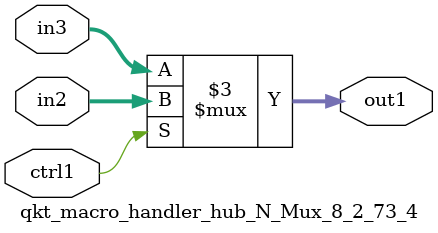
<source format=v>

`timescale 1ps / 1ps


module qkt_macro_handler_hub_N_Mux_8_2_73_4( in3, in2, ctrl1, out1 );

    input [7:0] in3;
    input [7:0] in2;
    input ctrl1;
    output [7:0] out1;
    reg [7:0] out1;

    
    // rtl_process:qkt_macro_handler_hub_N_Mux_8_2_73_4/qkt_macro_handler_hub_N_Mux_8_2_73_4_thread_1
    always @*
      begin : qkt_macro_handler_hub_N_Mux_8_2_73_4_thread_1
        case (ctrl1) 
          1'b1: 
            begin
              out1 = in2;
            end
          default: 
            begin
              out1 = in3;
            end
        endcase
      end

endmodule





</source>
